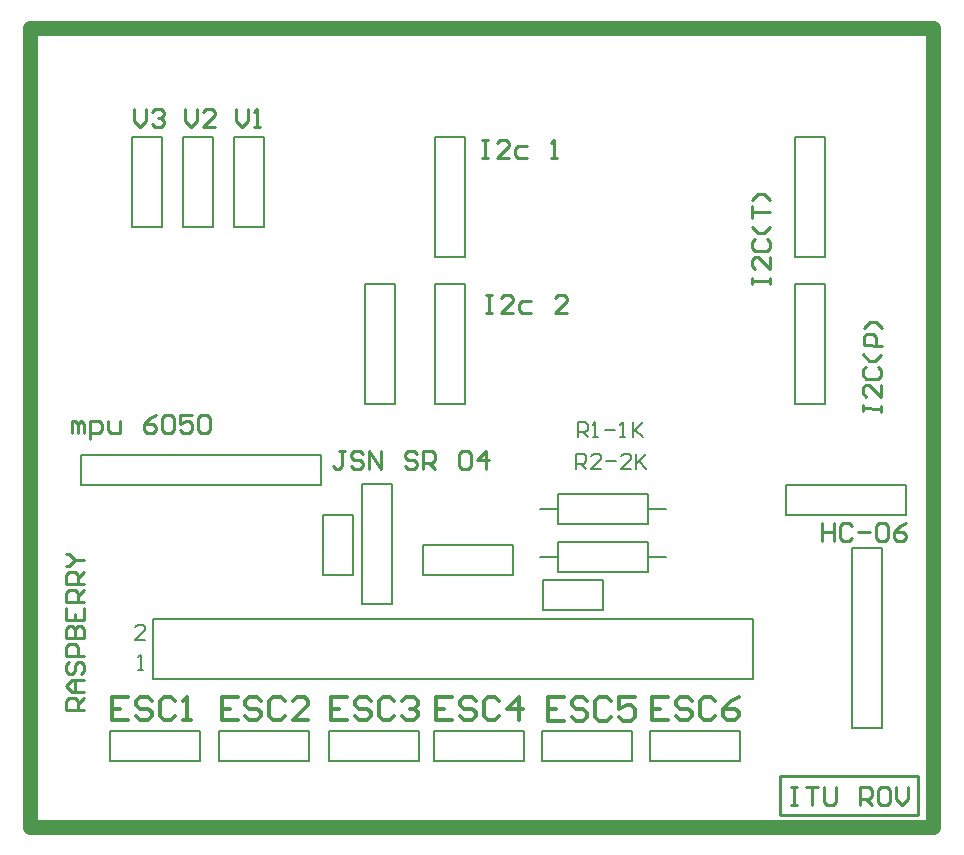
<source format=gto>
G04 Layer_Color=65535*
%FSLAX44Y44*%
%MOMM*%
G71*
G01*
G75*
%ADD13C,1.2700*%
%ADD20C,0.2000*%
%ADD21C,0.2540*%
%ADD22C,0.1780*%
%ADD23C,0.1778*%
%ADD24C,0.3000*%
%ADD25C,0.2032*%
D13*
X786130Y1325880D02*
X1550670D01*
Y648970D02*
Y1325880D01*
X786130Y648970D02*
X1550670D01*
X786130D02*
Y1325880D01*
D20*
X1033780Y862330D02*
Y913130D01*
Y862330D02*
X1059180D01*
Y913130D01*
X1033780D02*
X1059180D01*
X1066800Y939800D02*
X1092200D01*
Y838200D02*
Y939800D01*
X1066800Y838200D02*
Y939800D01*
Y838200D02*
X1092200D01*
X1433830Y1131570D02*
X1459230D01*
X1433830D02*
Y1233170D01*
X1459230Y1131570D02*
Y1233170D01*
X1433830D02*
X1459230D01*
X1433830Y1007110D02*
X1459230D01*
X1433830D02*
Y1108710D01*
X1459230Y1007110D02*
Y1108710D01*
X1433830D02*
X1459230D01*
X1482090Y732790D02*
X1507490D01*
X1482090Y885190D02*
X1507490D01*
X853440Y704850D02*
Y730250D01*
X929640D01*
Y704850D02*
Y730250D01*
X853440Y704850D02*
X929640D01*
X946150D02*
Y730250D01*
X1022350D01*
Y704850D02*
Y730250D01*
X946150Y704850D02*
X1022350D01*
X1038860D02*
Y730250D01*
X1115060D01*
Y704850D02*
Y730250D01*
X1038860Y704850D02*
X1115060D01*
X1127760D02*
Y730250D01*
X1203960D01*
Y704850D02*
Y730250D01*
X1127760Y704850D02*
X1203960D01*
X1219200D02*
Y730250D01*
X1295400D01*
Y704850D02*
Y730250D01*
X1219200Y704850D02*
X1295400D01*
X1069340Y1108710D02*
X1094740D01*
Y1007110D02*
Y1108710D01*
X1069340Y1007110D02*
Y1108710D01*
Y1007110D02*
X1094740D01*
X1310640Y704850D02*
Y730250D01*
X1386840D01*
Y704850D02*
Y730250D01*
X1310640Y704850D02*
X1386840D01*
X1220470Y858520D02*
X1271270D01*
X1220470Y833120D02*
Y858520D01*
Y833120D02*
X1271270D01*
Y858520D01*
X1527810Y913130D02*
Y938530D01*
X1426210Y913130D02*
X1527810D01*
X1426210Y938530D02*
X1527810D01*
X1426210Y913130D02*
Y938530D01*
X829310Y963930D02*
X1032510D01*
X829310Y938530D02*
Y963930D01*
Y938530D02*
X1032510D01*
Y963930D01*
X1398270Y774700D02*
Y825500D01*
X890270Y774700D02*
Y825500D01*
X1398270D01*
X890270Y774700D02*
X1398270D01*
X872490Y1156970D02*
X897890D01*
X872490D02*
Y1233170D01*
X897890D01*
Y1156970D02*
Y1233170D01*
X915670Y1156970D02*
X941070D01*
X915670D02*
Y1233170D01*
X941070D01*
Y1156970D02*
Y1233170D01*
X958850Y1156970D02*
X984250D01*
X958850D02*
Y1233170D01*
X984250D01*
Y1156970D02*
Y1233170D01*
X1118870Y862330D02*
Y887730D01*
X1195070D01*
Y862330D02*
Y887730D01*
X1118870Y862330D02*
X1195070D01*
X1217930Y877570D02*
X1233170D01*
X1309370D02*
X1324610D01*
X1233170Y864870D02*
Y890270D01*
X1309370D01*
Y864870D02*
Y890270D01*
X1233170Y864870D02*
X1309370D01*
X1217930Y918210D02*
X1233170D01*
X1309370D02*
X1324610D01*
X1233170Y905510D02*
Y930910D01*
X1309370D01*
Y905510D02*
Y930910D01*
X1233170Y905510D02*
X1309370D01*
X1507490Y732790D02*
Y885190D01*
X1482090Y732790D02*
Y885190D01*
X1129030Y1007110D02*
X1154430D01*
X1129030D02*
Y1108710D01*
X1154430Y1007110D02*
Y1108710D01*
X1129030D02*
X1154430D01*
X1129030Y1131570D02*
X1154430D01*
X1129030D02*
Y1233170D01*
X1154430Y1131570D02*
Y1233170D01*
X1129030D02*
X1154430D01*
D21*
X1537970Y659130D02*
Y692150D01*
X1421130D02*
X1537970D01*
X1421130Y659130D02*
Y692150D01*
Y659130D02*
X1537970D01*
X1172210Y1099815D02*
X1177288D01*
X1174749D01*
Y1084580D01*
X1172210D01*
X1177288D01*
X1195063D02*
X1184906D01*
X1195063Y1094737D01*
Y1097276D01*
X1192523Y1099815D01*
X1187445D01*
X1184906Y1097276D01*
X1210298Y1094737D02*
X1202680D01*
X1200141Y1092197D01*
Y1087119D01*
X1202680Y1084580D01*
X1210298D01*
X1240768D02*
X1230611D01*
X1240768Y1094737D01*
Y1097276D01*
X1238229Y1099815D01*
X1233150D01*
X1230611Y1097276D01*
X1168400Y1230625D02*
X1173478D01*
X1170939D01*
Y1215390D01*
X1168400D01*
X1173478D01*
X1191253D02*
X1181096D01*
X1191253Y1225547D01*
Y1228086D01*
X1188713Y1230625D01*
X1183635D01*
X1181096Y1228086D01*
X1206488Y1225547D02*
X1198870D01*
X1196331Y1223008D01*
Y1217929D01*
X1198870Y1215390D01*
X1206488D01*
X1226801D02*
X1231880D01*
X1229340D01*
Y1230625D01*
X1226801Y1228086D01*
X1397005Y1108710D02*
Y1113788D01*
Y1111249D01*
X1412240D01*
Y1108710D01*
Y1113788D01*
Y1131563D02*
Y1121406D01*
X1402083Y1131563D01*
X1399544D01*
X1397005Y1129023D01*
Y1123945D01*
X1399544Y1121406D01*
Y1146798D02*
X1397005Y1144258D01*
Y1139180D01*
X1399544Y1136641D01*
X1409701D01*
X1412240Y1139180D01*
Y1144258D01*
X1409701Y1146798D01*
X1412240Y1156954D02*
X1407162Y1151876D01*
X1402083D01*
X1397005Y1156954D01*
Y1164572D02*
Y1174729D01*
Y1169650D01*
X1412240D01*
Y1179807D02*
X1407162Y1184885D01*
X1402083D01*
X1397005Y1179807D01*
X1052827Y967735D02*
X1047748D01*
X1050287D01*
Y955039D01*
X1047748Y952500D01*
X1045209D01*
X1042670Y955039D01*
X1068062Y965196D02*
X1065523Y967735D01*
X1060444D01*
X1057905Y965196D01*
Y962657D01*
X1060444Y960117D01*
X1065523D01*
X1068062Y957578D01*
Y955039D01*
X1065523Y952500D01*
X1060444D01*
X1057905Y955039D01*
X1073140Y952500D02*
Y967735D01*
X1083297Y952500D01*
Y967735D01*
X1113767Y965196D02*
X1111228Y967735D01*
X1106150D01*
X1103610Y965196D01*
Y962657D01*
X1106150Y960117D01*
X1111228D01*
X1113767Y957578D01*
Y955039D01*
X1111228Y952500D01*
X1106150D01*
X1103610Y955039D01*
X1118845Y952500D02*
Y967735D01*
X1126463D01*
X1129002Y965196D01*
Y960117D01*
X1126463Y957578D01*
X1118845D01*
X1123924D02*
X1129002Y952500D01*
X1149315Y965196D02*
X1151855Y967735D01*
X1156933D01*
X1159472Y965196D01*
Y955039D01*
X1156933Y952500D01*
X1151855D01*
X1149315Y955039D01*
Y965196D01*
X1172168Y952500D02*
Y967735D01*
X1164551Y960117D01*
X1174707D01*
X1456690Y906775D02*
Y891540D01*
Y899157D01*
X1466847D01*
Y906775D01*
Y891540D01*
X1482082Y904236D02*
X1479543Y906775D01*
X1474464D01*
X1471925Y904236D01*
Y894079D01*
X1474464Y891540D01*
X1479543D01*
X1482082Y894079D01*
X1487160Y899157D02*
X1497317D01*
X1502395Y904236D02*
X1504934Y906775D01*
X1510013D01*
X1512552Y904236D01*
Y894079D01*
X1510013Y891540D01*
X1504934D01*
X1502395Y894079D01*
Y904236D01*
X1527787Y906775D02*
X1522709Y904236D01*
X1517630Y899157D01*
Y894079D01*
X1520170Y891540D01*
X1525248D01*
X1527787Y894079D01*
Y896618D01*
X1525248Y899157D01*
X1517630D01*
X1490986Y1000895D02*
X1491030Y1005973D01*
X1491008Y1003434D01*
X1506243Y1003299D01*
X1506220Y1000760D01*
X1506265Y1005838D01*
X1506422Y1023612D02*
X1506332Y1013455D01*
X1496266Y1023702D01*
X1493727Y1023724D01*
X1491165Y1021207D01*
X1491120Y1016129D01*
X1493637Y1013568D01*
X1493862Y1038959D02*
X1491300Y1036442D01*
X1491255Y1031364D01*
X1493772Y1028802D01*
X1503928Y1028712D01*
X1506490Y1031229D01*
X1506535Y1036307D01*
X1504018Y1038869D01*
X1506647Y1049003D02*
X1501524Y1043969D01*
X1496446Y1044014D01*
X1491412Y1049137D01*
X1506714Y1056620D02*
X1491480Y1056755D01*
X1491547Y1064372D01*
X1494109Y1066888D01*
X1499187Y1066843D01*
X1501704Y1064282D01*
X1501636Y1056665D01*
X1506849Y1071854D02*
X1501816Y1076977D01*
X1496738Y1077022D01*
X1491615Y1071989D01*
X831850Y748030D02*
X816615D01*
Y755648D01*
X819154Y758187D01*
X824232D01*
X826772Y755648D01*
Y748030D01*
Y753108D02*
X831850Y758187D01*
Y763265D02*
X821693D01*
X816615Y768343D01*
X821693Y773422D01*
X831850D01*
X824232D01*
Y763265D01*
X819154Y788657D02*
X816615Y786118D01*
Y781039D01*
X819154Y778500D01*
X821693D01*
X824232Y781039D01*
Y786118D01*
X826772Y788657D01*
X829311D01*
X831850Y786118D01*
Y781039D01*
X829311Y778500D01*
X831850Y793735D02*
X816615D01*
Y801353D01*
X819154Y803892D01*
X824232D01*
X826772Y801353D01*
Y793735D01*
X816615Y808970D02*
X831850D01*
Y816588D01*
X829311Y819127D01*
X826772D01*
X824232Y816588D01*
Y808970D01*
Y816588D01*
X821693Y819127D01*
X819154D01*
X816615Y816588D01*
Y808970D01*
Y834362D02*
Y824205D01*
X831850D01*
Y834362D01*
X824232Y824205D02*
Y829284D01*
X831850Y839440D02*
X816615D01*
Y847058D01*
X819154Y849597D01*
X824232D01*
X826772Y847058D01*
Y839440D01*
Y844519D02*
X831850Y849597D01*
Y854676D02*
X816615D01*
Y862293D01*
X819154Y864832D01*
X824232D01*
X826772Y862293D01*
Y854676D01*
Y859754D02*
X831850Y864832D01*
X816615Y869911D02*
X819154D01*
X824232Y874989D01*
X819154Y880067D01*
X816615D01*
X824232Y874989D02*
X831850D01*
X821690Y982980D02*
Y993137D01*
X824229D01*
X826768Y990598D01*
Y982980D01*
Y990598D01*
X829307Y993137D01*
X831847Y990598D01*
Y982980D01*
X836925Y977902D02*
Y993137D01*
X844543D01*
X847082Y990598D01*
Y985519D01*
X844543Y982980D01*
X836925D01*
X852160Y993137D02*
Y985519D01*
X854699Y982980D01*
X862317D01*
Y993137D01*
X892787Y998215D02*
X887709Y995676D01*
X882630Y990598D01*
Y985519D01*
X885170Y982980D01*
X890248D01*
X892787Y985519D01*
Y988058D01*
X890248Y990598D01*
X882630D01*
X897865Y995676D02*
X900405Y998215D01*
X905483D01*
X908022Y995676D01*
Y985519D01*
X905483Y982980D01*
X900405D01*
X897865Y985519D01*
Y995676D01*
X923257Y998215D02*
X913100D01*
Y990598D01*
X918179Y993137D01*
X920718D01*
X923257Y990598D01*
Y985519D01*
X920718Y982980D01*
X915640D01*
X913100Y985519D01*
X928335Y995676D02*
X930875Y998215D01*
X935953D01*
X938492Y995676D01*
Y985519D01*
X935953Y982980D01*
X930875D01*
X928335Y985519D01*
Y995676D01*
X960501Y1256914D02*
Y1246757D01*
X965579Y1241679D01*
X970658Y1246757D01*
Y1256914D01*
X975736Y1241679D02*
X980814D01*
X978275D01*
Y1256914D01*
X975736Y1254375D01*
X917321Y1256914D02*
Y1246757D01*
X922399Y1241679D01*
X927478Y1246757D01*
Y1256914D01*
X942713Y1241679D02*
X932556D01*
X942713Y1251836D01*
Y1254375D01*
X940174Y1256914D01*
X935095D01*
X932556Y1254375D01*
X874141Y1256914D02*
Y1246757D01*
X879219Y1241679D01*
X884298Y1246757D01*
Y1256914D01*
X889376Y1254375D02*
X891915Y1256914D01*
X896994D01*
X899533Y1254375D01*
Y1251836D01*
X896994Y1249296D01*
X894454D01*
X896994D01*
X899533Y1246757D01*
Y1244218D01*
X896994Y1241679D01*
X891915D01*
X889376Y1244218D01*
X1430020Y683255D02*
X1435098D01*
X1432559D01*
Y668020D01*
X1430020D01*
X1435098D01*
X1442716Y683255D02*
X1452873D01*
X1447794D01*
Y668020D01*
X1457951Y683255D02*
Y670559D01*
X1460490Y668020D01*
X1465569D01*
X1468108Y670559D01*
Y683255D01*
X1488421Y668020D02*
Y683255D01*
X1496039D01*
X1498578Y680716D01*
Y675638D01*
X1496039Y673098D01*
X1488421D01*
X1493499D02*
X1498578Y668020D01*
X1511274Y683255D02*
X1506195D01*
X1503656Y680716D01*
Y670559D01*
X1506195Y668020D01*
X1511274D01*
X1513813Y670559D01*
Y680716D01*
X1511274Y683255D01*
X1518891D02*
Y673098D01*
X1523970Y668020D01*
X1529048Y673098D01*
Y683255D01*
D22*
X1248410Y952500D02*
Y965196D01*
X1254758D01*
X1256874Y963080D01*
Y958848D01*
X1254758Y956732D01*
X1248410D01*
X1252642D02*
X1256874Y952500D01*
X1269570D02*
X1261106D01*
X1269570Y960964D01*
Y963080D01*
X1267454Y965196D01*
X1263222D01*
X1261106Y963080D01*
X1273802Y958848D02*
X1282266D01*
X1294962Y952500D02*
X1286498D01*
X1294962Y960964D01*
Y963080D01*
X1292846Y965196D01*
X1288614D01*
X1286498Y963080D01*
X1299194Y965196D02*
Y952500D01*
Y956732D01*
X1307657Y965196D01*
X1301310Y958848D01*
X1307657Y952500D01*
D23*
X1249680Y979170D02*
Y991866D01*
X1256028D01*
X1258144Y989750D01*
Y985518D01*
X1256028Y983402D01*
X1249680D01*
X1253912D02*
X1258144Y979170D01*
X1262376D02*
X1266608D01*
X1264492D01*
Y991866D01*
X1262376Y989750D01*
X1272956Y985518D02*
X1281420D01*
X1285652Y979170D02*
X1289884D01*
X1287768D01*
Y991866D01*
X1285652Y989750D01*
X1296232Y991866D02*
Y979170D01*
Y983402D01*
X1304695Y991866D01*
X1298348Y985518D01*
X1304695Y979170D01*
D24*
X868801Y759388D02*
X855472D01*
Y739394D01*
X868801D01*
X855472Y749391D02*
X862137D01*
X888795Y756055D02*
X885462Y759388D01*
X878798D01*
X875466Y756055D01*
Y752723D01*
X878798Y749391D01*
X885462D01*
X888795Y746059D01*
Y742726D01*
X885462Y739394D01*
X878798D01*
X875466Y742726D01*
X908788Y756055D02*
X905456Y759388D01*
X898791D01*
X895459Y756055D01*
Y742726D01*
X898791Y739394D01*
X905456D01*
X908788Y742726D01*
X915453Y739394D02*
X922117D01*
X918785D01*
Y759388D01*
X915453Y756055D01*
X961511Y759388D02*
X948182D01*
Y739394D01*
X961511D01*
X948182Y749391D02*
X954846D01*
X981505Y756055D02*
X978172Y759388D01*
X971508D01*
X968176Y756055D01*
Y752723D01*
X971508Y749391D01*
X978172D01*
X981505Y746059D01*
Y742726D01*
X978172Y739394D01*
X971508D01*
X968176Y742726D01*
X1001498Y756055D02*
X998166Y759388D01*
X991501D01*
X988169Y756055D01*
Y742726D01*
X991501Y739394D01*
X998166D01*
X1001498Y742726D01*
X1021492Y739394D02*
X1008163D01*
X1021492Y752723D01*
Y756055D01*
X1018159Y759388D01*
X1011495D01*
X1008163Y756055D01*
X1054221Y759388D02*
X1040892D01*
Y739394D01*
X1054221D01*
X1040892Y749391D02*
X1047557D01*
X1074215Y756055D02*
X1070882Y759388D01*
X1064218D01*
X1060886Y756055D01*
Y752723D01*
X1064218Y749391D01*
X1070882D01*
X1074215Y746059D01*
Y742726D01*
X1070882Y739394D01*
X1064218D01*
X1060886Y742726D01*
X1094208Y756055D02*
X1090876Y759388D01*
X1084211D01*
X1080879Y756055D01*
Y742726D01*
X1084211Y739394D01*
X1090876D01*
X1094208Y742726D01*
X1100873Y756055D02*
X1104205Y759388D01*
X1110870D01*
X1114202Y756055D01*
Y752723D01*
X1110870Y749391D01*
X1107537D01*
X1110870D01*
X1114202Y746059D01*
Y742726D01*
X1110870Y739394D01*
X1104205D01*
X1100873Y742726D01*
X1143121Y759388D02*
X1129792D01*
Y739394D01*
X1143121D01*
X1129792Y749391D02*
X1136457D01*
X1163115Y756055D02*
X1159782Y759388D01*
X1153118D01*
X1149786Y756055D01*
Y752723D01*
X1153118Y749391D01*
X1159782D01*
X1163115Y746059D01*
Y742726D01*
X1159782Y739394D01*
X1153118D01*
X1149786Y742726D01*
X1183108Y756055D02*
X1179776Y759388D01*
X1173111D01*
X1169779Y756055D01*
Y742726D01*
X1173111Y739394D01*
X1179776D01*
X1183108Y742726D01*
X1199770Y739394D02*
Y759388D01*
X1189773Y749391D01*
X1203102D01*
X1237609Y759134D02*
X1224280D01*
Y739140D01*
X1237609D01*
X1224280Y749137D02*
X1230945D01*
X1257603Y755801D02*
X1254270Y759134D01*
X1247606D01*
X1244274Y755801D01*
Y752469D01*
X1247606Y749137D01*
X1254270D01*
X1257603Y745805D01*
Y742472D01*
X1254270Y739140D01*
X1247606D01*
X1244274Y742472D01*
X1277596Y755801D02*
X1274264Y759134D01*
X1267599D01*
X1264267Y755801D01*
Y742472D01*
X1267599Y739140D01*
X1274264D01*
X1277596Y742472D01*
X1297590Y759134D02*
X1284261D01*
Y749137D01*
X1290925Y752469D01*
X1294258D01*
X1297590Y749137D01*
Y742472D01*
X1294258Y739140D01*
X1287593D01*
X1284261Y742472D01*
X1326001Y759388D02*
X1312672D01*
Y739394D01*
X1326001D01*
X1312672Y749391D02*
X1319337D01*
X1345995Y756055D02*
X1342662Y759388D01*
X1335998D01*
X1332666Y756055D01*
Y752723D01*
X1335998Y749391D01*
X1342662D01*
X1345995Y746059D01*
Y742726D01*
X1342662Y739394D01*
X1335998D01*
X1332666Y742726D01*
X1365988Y756055D02*
X1362656Y759388D01*
X1355991D01*
X1352659Y756055D01*
Y742726D01*
X1355991Y739394D01*
X1362656D01*
X1365988Y742726D01*
X1385982Y759388D02*
X1379317Y756055D01*
X1372653Y749391D01*
Y742726D01*
X1375985Y739394D01*
X1382650D01*
X1385982Y742726D01*
Y746059D01*
X1382650Y749391D01*
X1372653D01*
D25*
X883494Y807720D02*
X875030D01*
X883494Y816184D01*
Y818300D01*
X881378Y820416D01*
X877146D01*
X875030Y818300D01*
X877570Y782320D02*
X881802D01*
X879686D01*
Y795016D01*
X877570Y792900D01*
M02*

</source>
